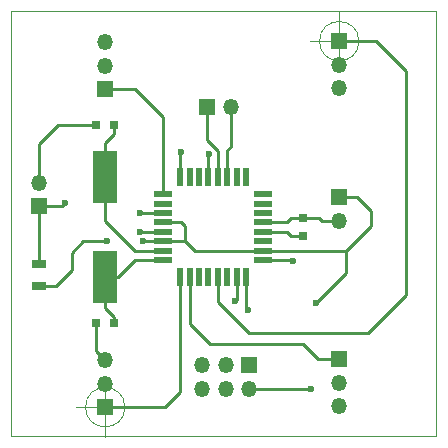
<source format=gbr>
G04 #@! TF.FileFunction,Copper,L1,Top,Signal*
%FSLAX46Y46*%
G04 Gerber Fmt 4.6, Leading zero omitted, Abs format (unit mm)*
G04 Created by KiCad (PCBNEW 4.0.7) date 01/13/18 19:57:49*
%MOMM*%
%LPD*%
G01*
G04 APERTURE LIST*
%ADD10C,0.100000*%
%ADD11R,0.750000X0.800000*%
%ADD12R,0.800000X0.750000*%
%ADD13R,1.350000X1.350000*%
%ADD14O,1.350000X1.350000*%
%ADD15R,1.300000X0.700000*%
%ADD16R,1.600000X0.550000*%
%ADD17R,0.550000X1.600000*%
%ADD18R,2.000000X4.500000*%
%ADD19C,0.600000*%
%ADD20C,0.250000*%
G04 APERTURE END LIST*
D10*
X116000000Y-66000000D02*
X116000000Y-67000000D01*
X152000000Y-66000000D02*
X116000000Y-66000000D01*
X152000000Y-102000000D02*
X152000000Y-66000000D01*
X116000000Y-102000000D02*
X152000000Y-102000000D01*
X116000000Y-67000000D02*
X116000000Y-102000000D01*
X125618666Y-99568000D02*
G75*
G03X125618666Y-99568000I-1666666J0D01*
G01*
X121452000Y-99568000D02*
X126452000Y-99568000D01*
X123952000Y-97068000D02*
X123952000Y-102068000D01*
X145430666Y-68580000D02*
G75*
G03X145430666Y-68580000I-1666666J0D01*
G01*
X141264000Y-68580000D02*
X146264000Y-68580000D01*
X143764000Y-66080000D02*
X143764000Y-71080000D01*
D11*
X140716000Y-83578000D03*
X140716000Y-85078000D03*
D12*
X123202000Y-92456000D03*
X124702000Y-92456000D03*
X123202000Y-75692000D03*
X124702000Y-75692000D03*
D13*
X123952000Y-72644000D03*
D14*
X123952000Y-70644000D03*
X123952000Y-68644000D03*
D13*
X123952000Y-99568000D03*
D14*
X123952000Y-97568000D03*
X123952000Y-95568000D03*
D13*
X143764000Y-95504000D03*
D14*
X143764000Y-97504000D03*
X143764000Y-99504000D03*
D13*
X143764000Y-68580000D03*
D14*
X143764000Y-70580000D03*
X143764000Y-72580000D03*
D13*
X132588000Y-74168000D03*
D14*
X134588000Y-74168000D03*
D13*
X143764000Y-81788000D03*
D14*
X143764000Y-83788000D03*
D13*
X118364000Y-82550000D03*
D14*
X118364000Y-80550000D03*
D15*
X118364000Y-89342000D03*
X118364000Y-87442000D03*
D16*
X128846000Y-81528000D03*
X128846000Y-82328000D03*
X128846000Y-83128000D03*
X128846000Y-83928000D03*
X128846000Y-84728000D03*
X128846000Y-85528000D03*
X128846000Y-86328000D03*
X128846000Y-87128000D03*
D17*
X130296000Y-88578000D03*
X131096000Y-88578000D03*
X131896000Y-88578000D03*
X132696000Y-88578000D03*
X133496000Y-88578000D03*
X134296000Y-88578000D03*
X135096000Y-88578000D03*
X135896000Y-88578000D03*
D16*
X137346000Y-87128000D03*
X137346000Y-86328000D03*
X137346000Y-85528000D03*
X137346000Y-84728000D03*
X137346000Y-83928000D03*
X137346000Y-83128000D03*
X137346000Y-82328000D03*
X137346000Y-81528000D03*
D17*
X135896000Y-80078000D03*
X135096000Y-80078000D03*
X134296000Y-80078000D03*
X133496000Y-80078000D03*
X132696000Y-80078000D03*
X131896000Y-80078000D03*
X131096000Y-80078000D03*
X130296000Y-80078000D03*
D18*
X123952000Y-88578000D03*
X123952000Y-80078000D03*
D13*
X136144000Y-96012000D03*
D14*
X136144000Y-98012000D03*
X134144000Y-96012000D03*
X134144000Y-98012000D03*
X132144000Y-96012000D03*
X132144000Y-98012000D03*
D19*
X126936500Y-84709000D03*
X126936500Y-83121500D03*
X136080500Y-91376500D03*
X127190500Y-85534500D03*
X124142500Y-85534500D03*
X141795500Y-90741500D03*
X141414500Y-98044000D03*
X139827000Y-87185500D03*
X134937500Y-90614500D03*
X132715000Y-78105000D03*
X120523000Y-82296000D03*
X130365500Y-77978000D03*
D20*
X137346000Y-83928000D02*
X139338000Y-83928000D01*
X139688000Y-83578000D02*
X140716000Y-83578000D01*
X139338000Y-83928000D02*
X139688000Y-83578000D01*
X128846000Y-84728000D02*
X126955500Y-84728000D01*
X126955500Y-84728000D02*
X126936500Y-84709000D01*
X128846000Y-83128000D02*
X126943000Y-83128000D01*
X126943000Y-83128000D02*
X126936500Y-83121500D01*
X123202000Y-92456000D02*
X123202000Y-94818000D01*
X123202000Y-94818000D02*
X123952000Y-95568000D01*
X140716000Y-83578000D02*
X142061500Y-83578000D01*
X142271500Y-83788000D02*
X143764000Y-83788000D01*
X142061500Y-83578000D02*
X142271500Y-83788000D01*
X123202000Y-75692000D02*
X119951500Y-75692000D01*
X118364000Y-77279500D02*
X118364000Y-80550000D01*
X119951500Y-75692000D02*
X118364000Y-77279500D01*
X137346000Y-84728000D02*
X139338000Y-84728000D01*
X139688000Y-85078000D02*
X140716000Y-85078000D01*
X139338000Y-84728000D02*
X139688000Y-85078000D01*
X124702000Y-92456000D02*
X124702000Y-91936000D01*
X123952000Y-91186000D02*
X123952000Y-88578000D01*
X124702000Y-91936000D02*
X123952000Y-91186000D01*
X123952000Y-88578000D02*
X125036000Y-88578000D01*
X126486000Y-87128000D02*
X128846000Y-87128000D01*
X125036000Y-88578000D02*
X126486000Y-87128000D01*
X124702000Y-75692000D02*
X124702000Y-76466000D01*
X123952000Y-77216000D02*
X123952000Y-80078000D01*
X124702000Y-76466000D02*
X123952000Y-77216000D01*
X123952000Y-80078000D02*
X123952000Y-83820000D01*
X126460000Y-86328000D02*
X128846000Y-86328000D01*
X123952000Y-83820000D02*
X126460000Y-86328000D01*
X123952000Y-72644000D02*
X126492000Y-72644000D01*
X128846000Y-74998000D02*
X128846000Y-81528000D01*
X126492000Y-72644000D02*
X128846000Y-74998000D01*
X123952000Y-99568000D02*
X129032000Y-99568000D01*
X130296000Y-98304000D02*
X130296000Y-88578000D01*
X129032000Y-99568000D02*
X130296000Y-98304000D01*
X131096000Y-88578000D02*
X131096000Y-92488000D01*
X141986000Y-95504000D02*
X143764000Y-95504000D01*
X140716000Y-94234000D02*
X141986000Y-95504000D01*
X132842000Y-94234000D02*
X140716000Y-94234000D01*
X131096000Y-92488000D02*
X132842000Y-94234000D01*
X143764000Y-68580000D02*
X146875500Y-68580000D01*
X133496000Y-90633500D02*
X133496000Y-88578000D01*
X136144000Y-93281500D02*
X133496000Y-90633500D01*
X146177000Y-93281500D02*
X136144000Y-93281500D01*
X149415500Y-90043000D02*
X146177000Y-93281500D01*
X149415500Y-71120000D02*
X149415500Y-90043000D01*
X146875500Y-68580000D02*
X149415500Y-71120000D01*
X132588000Y-74168000D02*
X132588000Y-76962000D01*
X133496000Y-77870000D02*
X133496000Y-80078000D01*
X132588000Y-76962000D02*
X133496000Y-77870000D01*
X134588000Y-74168000D02*
X134588000Y-77502000D01*
X134296000Y-77794000D02*
X134296000Y-80078000D01*
X134588000Y-77502000D02*
X134296000Y-77794000D01*
X135896000Y-91192000D02*
X135896000Y-88578000D01*
X136080500Y-91376500D02*
X135896000Y-91192000D01*
X118364000Y-89342000D02*
X119763500Y-89342000D01*
X127197000Y-85528000D02*
X128846000Y-85528000D01*
X127190500Y-85534500D02*
X127197000Y-85528000D01*
X122110500Y-85534500D02*
X124142500Y-85534500D01*
X121158000Y-86487000D02*
X122110500Y-85534500D01*
X121158000Y-87947500D02*
X121158000Y-86487000D01*
X119763500Y-89342000D02*
X121158000Y-87947500D01*
X136144000Y-98012000D02*
X141382500Y-98012000D01*
X144304000Y-88233000D02*
X144304000Y-86328000D01*
X141795500Y-90741500D02*
X144304000Y-88233000D01*
X141382500Y-98012000D02*
X141414500Y-98044000D01*
X128846000Y-83928000D02*
X130346500Y-83928000D01*
X130683000Y-84264500D02*
X130683000Y-85528000D01*
X130346500Y-83928000D02*
X130683000Y-84264500D01*
X137346000Y-86328000D02*
X131540000Y-86328000D01*
X130740000Y-85528000D02*
X130683000Y-85528000D01*
X130683000Y-85528000D02*
X128846000Y-85528000D01*
X131540000Y-86328000D02*
X130740000Y-85528000D01*
X143764000Y-81788000D02*
X145288000Y-81788000D01*
X144304000Y-86328000D02*
X137346000Y-86328000D01*
X146431000Y-84201000D02*
X144304000Y-86328000D01*
X146431000Y-82931000D02*
X146431000Y-84201000D01*
X145288000Y-81788000D02*
X146431000Y-82931000D01*
X139769500Y-87128000D02*
X137346000Y-87128000D01*
X139827000Y-87185500D02*
X139769500Y-87128000D01*
X135096000Y-90456000D02*
X135096000Y-88578000D01*
X134937500Y-90614500D02*
X135096000Y-90456000D01*
X132696000Y-78124000D02*
X132696000Y-80078000D01*
X132715000Y-78105000D02*
X132696000Y-78124000D01*
X130296000Y-80078000D02*
X130296000Y-78047500D01*
X120269000Y-82550000D02*
X118364000Y-82550000D01*
X120523000Y-82296000D02*
X120269000Y-82550000D01*
X130296000Y-78047500D02*
X130365500Y-77978000D01*
X118364000Y-87442000D02*
X118364000Y-82550000D01*
M02*

</source>
